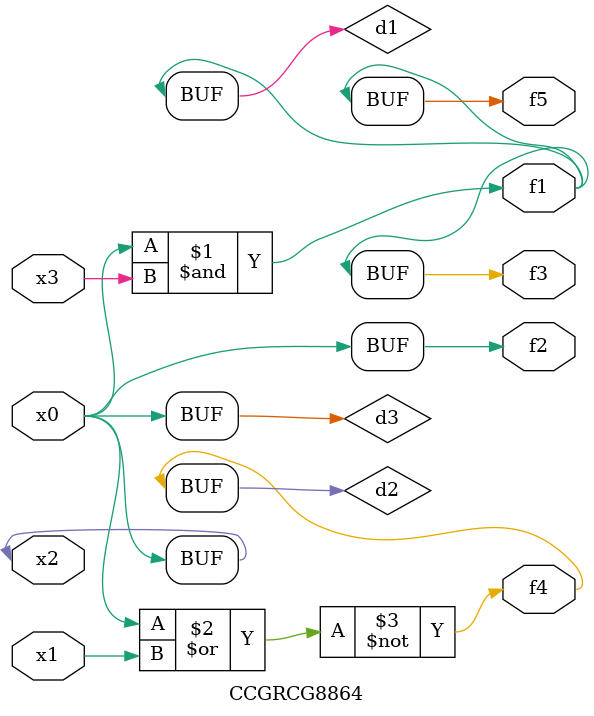
<source format=v>
module CCGRCG8864(
	input x0, x1, x2, x3,
	output f1, f2, f3, f4, f5
);

	wire d1, d2, d3;

	and (d1, x2, x3);
	nor (d2, x0, x1);
	buf (d3, x0, x2);
	assign f1 = d1;
	assign f2 = d3;
	assign f3 = d1;
	assign f4 = d2;
	assign f5 = d1;
endmodule

</source>
